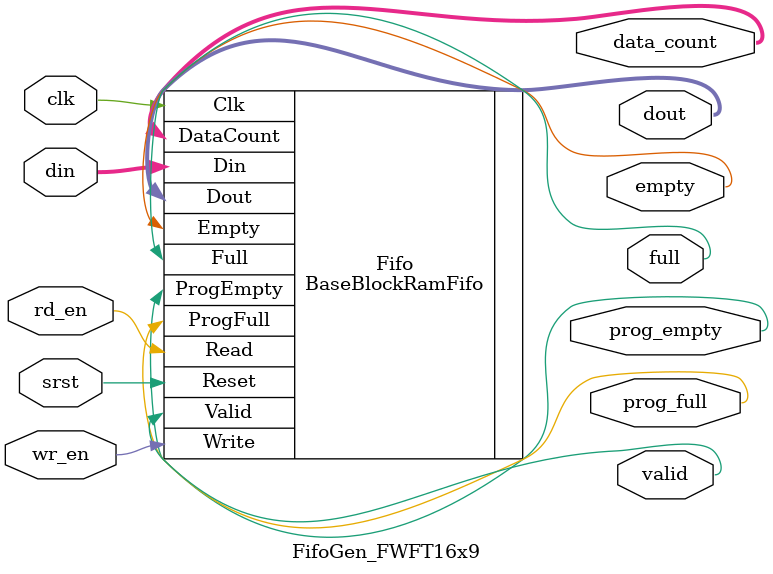
<source format=v>
/*
	FifoGen_FWFT16x9.v: Behavior version of First Word Flow Through 
			    16x9 block RAM FIFO

		  Ted Rossin  9-27-2024
	  		     11-07-2024 

     Note: 
*/

`timescale 1ns / 1ps

module FifoGen_FWFT16x9(
     input clk
    ,input srst
    ,input[8:0] din
    ,input wr_en
    ,input rd_en
    ,output[8:0] dout
    ,output valid
    ,output full
    ,output empty
    ,output prog_empty
    ,output[4:0] data_count
    ,output prog_full
);

    BaseBlockRamFifo #(
	.FirstWordFall(1)
	,.BuiltIn(0)
	,.Width(9)
	,.ProgFullValue(14)
	,.ProgEmptyValue(5)
	,.DataCountWidth(5)
	,.Depth(16)
    ) Fifo(
     	 .Clk(clk)
    	,.Reset(srst)
    	,.Write(wr_en)
    	,.Read(rd_en)
    	,.Din(din)
    	,.Dout(dout)
    	,.ProgFull(prog_full)
    	,.ProgEmpty(prog_empty)
    	,.DataCount(data_count)
    	,.Valid(valid)
    	,.Empty(empty)
    	,.Full(full)
    );
endmodule

</source>
